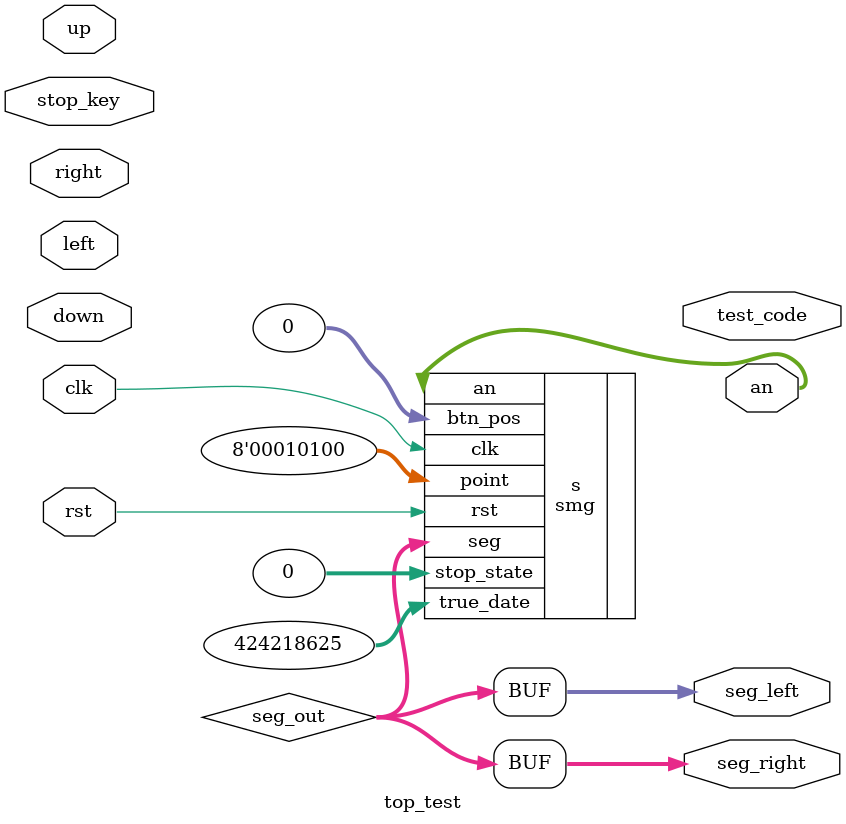
<source format=v>
`timescale 1ns / 1ps

module top_test(
    input   clk,
    input   rst,
    input stop_key,
    input up,
    input down,
    input left,
    input right,
    output [7:0] seg_left,
    output [7:0] seg_right,
    output [7:0] an,
    output [3:0] test_code
    );
    
    wire [7:0] seg_out;
    assign seg_left = seg_out;
    assign seg_right = seg_out;
    smg s(
    .clk(clk),
    .rst(rst),
    .stop_state(0),      //æ¯å¦æåï¿??
    .btn_pos(0),    //éªçä½ç½®ï¿??
    .true_date(32'h19491001), //æ¾ç¤ºæ¶é´ï¿??
    .point(8'b00010100),   
    .seg(seg_out),
    .an(an)
	);
    
endmodule

</source>
